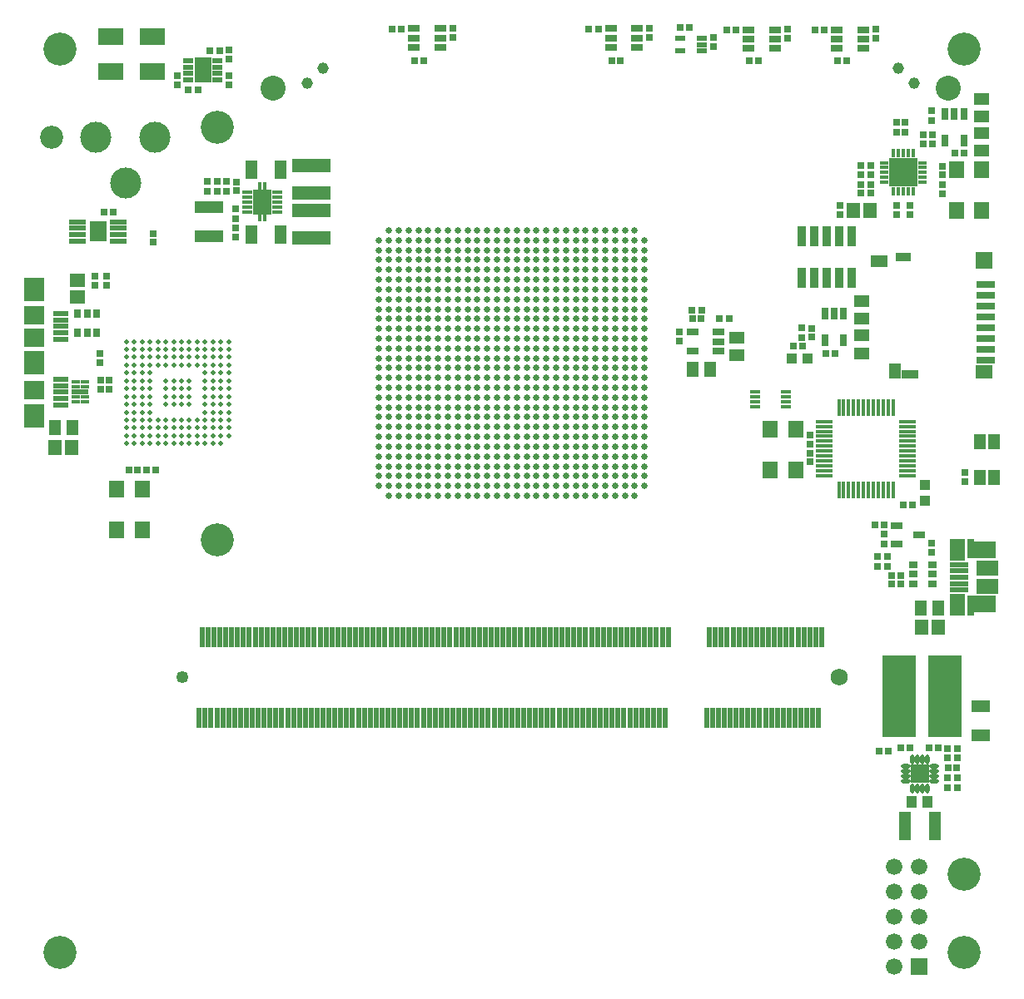
<source format=gts>
G04 (created by PCBNEW-RS274X (2012-apr-16-27)-stable) date Mon 13 Jan 2014 12:08:28 PM PST*
G01*
G70*
G90*
%MOIN*%
G04 Gerber Fmt 3.4, Leading zero omitted, Abs format*
%FSLAX34Y34*%
G04 APERTURE LIST*
%ADD10C,0.006500*%
%ADD11C,0.132000*%
%ADD12O,0.017000X0.039500*%
%ADD13O,0.039500X0.017000*%
%ADD14R,0.072900X0.072900*%
%ADD15C,0.023700*%
%ADD16R,0.049300X0.029600*%
%ADD17R,0.035500X0.017800*%
%ADD18R,0.017800X0.035500*%
%ADD19R,0.114300X0.114300*%
%ADD20C,0.029600*%
%ADD21R,0.041400X0.017800*%
%ADD22R,0.059100X0.071000*%
%ADD23R,0.029600X0.049300*%
%ADD24R,0.030400X0.028400*%
%ADD25R,0.047300X0.061100*%
%ADD26R,0.043400X0.041400*%
%ADD27R,0.041400X0.043400*%
%ADD28R,0.028400X0.030400*%
%ADD29R,0.043400X0.021700*%
%ADD30R,0.100500X0.067000*%
%ADD31R,0.051300X0.063100*%
%ADD32R,0.043400X0.045400*%
%ADD33R,0.037500X0.027700*%
%ADD34R,0.053200X0.063100*%
%ADD35R,0.030400X0.030400*%
%ADD36R,0.063100X0.053200*%
%ADD37R,0.151700X0.053200*%
%ADD38R,0.051300X0.076900*%
%ADD39R,0.112300X0.051300*%
%ADD40R,0.076900X0.051300*%
%ADD41R,0.051300X0.112300*%
%ADD42R,0.135900X0.328800*%
%ADD43R,0.063100X0.051300*%
%ADD44R,0.027700X0.037500*%
%ADD45R,0.074900X0.029600*%
%ADD46R,0.065100X0.057200*%
%ADD47R,0.065100X0.065100*%
%ADD48R,0.061100X0.037500*%
%ADD49R,0.065100X0.037500*%
%ADD50R,0.045400X0.063100*%
%ADD51R,0.067000X0.045400*%
%ADD52R,0.069000X0.021700*%
%ADD53R,0.067800X0.080400*%
%ADD54R,0.039500X0.019800*%
%ADD55R,0.071000X0.100500*%
%ADD56R,0.039500X0.017000*%
%ADD57R,0.038400X0.053200*%
%ADD58R,0.017000X0.033600*%
%ADD59C,0.029000*%
%ADD60R,0.032600X0.013900*%
%ADD61R,0.067000X0.021700*%
%ADD62R,0.059100X0.021700*%
%ADD63R,0.080800X0.076900*%
%ADD64R,0.080800X0.096600*%
%ADD65C,0.080800*%
%ADD66R,0.065100X0.017800*%
%ADD67R,0.017800X0.065100*%
%ADD68C,0.046200*%
%ADD69C,0.045400*%
%ADD70C,0.100000*%
%ADD71R,0.076900X0.023700*%
%ADD72R,0.087400X0.062100*%
%ADD73R,0.063100X0.090300*%
%ADD74R,0.031000X0.077900*%
%ADD75R,0.117600X0.069000*%
%ADD76C,0.069000*%
%ADD77C,0.063100*%
%ADD78C,0.025700*%
%ADD79C,0.019800*%
%ADD80R,0.045400X0.029600*%
%ADD81R,0.035100X0.078800*%
%ADD82R,0.019800X0.084700*%
%ADD83C,0.049300*%
%ADD84R,0.066000X0.066000*%
%ADD85C,0.066000*%
%ADD86C,0.124100*%
%ADD87C,0.092600*%
G04 APERTURE END LIST*
G54D10*
G54D11*
X39370Y-22047D03*
X33071Y-18898D03*
X69291Y-18898D03*
X39370Y-38583D03*
X33071Y-55118D03*
X69291Y-51968D03*
X69291Y-55118D03*
G54D12*
X67223Y-48534D03*
X67420Y-48534D03*
X67616Y-48534D03*
X67813Y-48534D03*
G54D13*
X68099Y-48248D03*
X68099Y-48051D03*
X68099Y-47855D03*
X68099Y-47658D03*
G54D12*
X67813Y-47372D03*
X67616Y-47372D03*
X67420Y-47372D03*
X67223Y-47372D03*
G54D13*
X66937Y-47658D03*
X66937Y-47855D03*
X66937Y-48051D03*
X66937Y-48248D03*
G54D14*
X67518Y-47953D03*
G54D15*
X67321Y-48150D03*
X67321Y-47756D03*
X67518Y-47953D03*
X67715Y-48150D03*
X67715Y-47756D03*
G54D16*
X60650Y-18130D03*
X60650Y-18504D03*
X60650Y-18878D03*
X61712Y-18878D03*
X61712Y-18504D03*
X61712Y-18130D03*
X47264Y-18091D03*
X47264Y-18465D03*
X47264Y-18839D03*
X48326Y-18839D03*
X48326Y-18465D03*
X48326Y-18091D03*
X55138Y-18091D03*
X55138Y-18465D03*
X55138Y-18839D03*
X56200Y-18839D03*
X56200Y-18465D03*
X56200Y-18091D03*
X64193Y-18130D03*
X64193Y-18504D03*
X64193Y-18878D03*
X65255Y-18878D03*
X65255Y-18504D03*
X65255Y-18130D03*
G54D17*
X67619Y-24252D03*
G54D18*
X67245Y-23090D03*
G54D17*
X66083Y-23464D03*
G54D18*
X66457Y-24626D03*
G54D17*
X67619Y-24055D03*
G54D18*
X67048Y-23090D03*
G54D17*
X66083Y-23661D03*
G54D18*
X66654Y-24626D03*
G54D17*
X67619Y-23858D03*
G54D18*
X66851Y-23090D03*
G54D17*
X66083Y-23858D03*
G54D18*
X66851Y-24626D03*
G54D17*
X67619Y-23661D03*
G54D18*
X66654Y-23090D03*
G54D17*
X66083Y-24055D03*
G54D18*
X67048Y-24626D03*
G54D17*
X67619Y-23464D03*
G54D18*
X66457Y-23090D03*
G54D17*
X66083Y-24252D03*
G54D18*
X67245Y-24626D03*
G54D19*
X66851Y-23858D03*
G54D20*
X67245Y-24252D03*
X66851Y-24252D03*
X66457Y-24252D03*
X67245Y-23858D03*
X66851Y-23858D03*
X66457Y-23858D03*
X67245Y-23464D03*
X66851Y-23464D03*
X66457Y-23464D03*
G54D21*
X62165Y-33248D03*
X62165Y-33051D03*
X62165Y-32855D03*
X62165Y-32658D03*
X60905Y-32658D03*
X60905Y-32855D03*
X60905Y-33051D03*
X60905Y-33248D03*
G54D22*
X62559Y-35768D03*
X62559Y-34154D03*
X61535Y-34154D03*
X61535Y-35768D03*
X36378Y-38169D03*
X36378Y-36555D03*
X35354Y-36555D03*
X35354Y-38169D03*
X68976Y-23760D03*
X68976Y-25374D03*
X70000Y-25374D03*
X70000Y-23760D03*
G54D23*
X69272Y-21516D03*
X68898Y-21516D03*
X68524Y-21516D03*
X68524Y-22578D03*
X69272Y-22578D03*
G54D16*
X59468Y-31004D03*
X59468Y-30630D03*
X59468Y-30256D03*
X58406Y-30256D03*
X58406Y-31004D03*
G54D23*
X64468Y-29507D03*
X64094Y-29507D03*
X63720Y-29507D03*
X63720Y-30569D03*
X64468Y-30569D03*
G54D24*
X69331Y-36252D03*
X69331Y-35874D03*
G54D25*
X69912Y-36064D03*
X69912Y-34646D03*
X70482Y-36064D03*
X70482Y-34646D03*
G54D26*
X67716Y-37008D03*
X67716Y-36378D03*
G54D27*
X62401Y-31299D03*
X63031Y-31299D03*
G54D28*
X67236Y-37165D03*
X66858Y-37165D03*
X62449Y-30827D03*
X62827Y-30827D03*
G54D29*
X58779Y-18996D03*
X58779Y-18740D03*
X58779Y-18484D03*
X57913Y-18484D03*
X57913Y-18996D03*
G54D30*
X36772Y-18425D03*
X35118Y-18425D03*
X36772Y-19803D03*
X35118Y-19803D03*
G54D28*
X57921Y-18031D03*
X58299Y-18031D03*
G54D31*
X68267Y-41299D03*
X67559Y-41299D03*
G54D32*
X67203Y-49095D03*
X67833Y-49095D03*
G54D33*
X68021Y-40334D03*
X68021Y-39960D03*
X68021Y-39586D03*
X67253Y-39586D03*
X67253Y-39960D03*
X67253Y-40334D03*
G54D34*
X64862Y-25394D03*
X65532Y-25394D03*
X67578Y-42086D03*
X68248Y-42086D03*
G54D31*
X32874Y-34094D03*
X33582Y-34094D03*
G54D35*
X64331Y-25531D03*
X64331Y-25177D03*
G54D34*
X33563Y-34882D03*
X32893Y-34882D03*
G54D36*
X33779Y-28839D03*
X33779Y-28169D03*
G54D35*
X61043Y-19370D03*
X60689Y-19370D03*
X64586Y-19370D03*
X64232Y-19370D03*
X47657Y-19370D03*
X47303Y-19370D03*
X55531Y-19370D03*
X55177Y-19370D03*
G54D28*
X60150Y-18150D03*
X59772Y-18150D03*
X63693Y-18150D03*
X63315Y-18150D03*
X46764Y-18110D03*
X46386Y-18110D03*
X54638Y-18110D03*
X54260Y-18110D03*
G54D37*
X43150Y-23583D03*
X43150Y-24685D03*
X43150Y-25394D03*
X43150Y-26496D03*
G54D38*
X40747Y-26339D03*
X41929Y-26339D03*
X41929Y-23740D03*
X40747Y-23740D03*
G54D39*
X39055Y-25236D03*
X39055Y-26418D03*
G54D40*
X69961Y-45236D03*
X69961Y-46418D03*
G54D41*
X66927Y-50039D03*
X68109Y-50039D03*
G54D35*
X40157Y-24586D03*
X40157Y-24232D03*
G54D24*
X62795Y-30465D03*
X62795Y-30087D03*
X67638Y-22709D03*
X67638Y-22331D03*
G54D28*
X64126Y-31101D03*
X63748Y-31101D03*
X69283Y-23071D03*
X68905Y-23071D03*
G54D42*
X66673Y-44842D03*
X68523Y-44842D03*
G54D43*
X70000Y-21614D03*
X70000Y-20906D03*
X65197Y-30394D03*
X65197Y-31102D03*
X70000Y-22992D03*
X70000Y-22284D03*
X65197Y-29724D03*
X65197Y-29016D03*
X60196Y-31181D03*
X60196Y-30473D03*
G54D31*
X58426Y-31732D03*
X59134Y-31732D03*
G54D44*
X33799Y-30286D03*
X34173Y-30286D03*
X34547Y-30286D03*
X34547Y-29518D03*
X34173Y-29518D03*
X33799Y-29518D03*
G54D35*
X63189Y-30453D03*
X63189Y-30099D03*
X68031Y-22697D03*
X68031Y-22343D03*
G54D24*
X56693Y-18079D03*
X56693Y-18457D03*
X59252Y-18811D03*
X59252Y-18433D03*
X48819Y-18079D03*
X48819Y-18457D03*
G54D28*
X65874Y-47047D03*
X66252Y-47047D03*
G54D24*
X62205Y-18118D03*
X62205Y-18496D03*
X67992Y-21764D03*
X67992Y-21386D03*
X65748Y-18118D03*
X65748Y-18496D03*
G54D45*
X70147Y-31378D03*
X70147Y-30945D03*
X70147Y-30512D03*
X70147Y-30079D03*
X70147Y-29646D03*
X70147Y-29213D03*
X70147Y-28780D03*
X70147Y-28347D03*
G54D46*
X70098Y-31850D03*
G54D47*
X70098Y-27382D03*
G54D48*
X66850Y-27244D03*
G54D49*
X67106Y-31949D03*
G54D50*
X66516Y-31821D03*
G54D51*
X65896Y-27402D03*
G54D35*
X36811Y-26299D03*
X36811Y-26653D03*
X39840Y-19979D03*
X39840Y-20333D03*
X39840Y-19310D03*
X39840Y-18956D03*
X58406Y-29724D03*
X58760Y-29724D03*
X66752Y-46929D03*
X67106Y-46929D03*
X67892Y-46929D03*
X68246Y-46929D03*
X68642Y-47716D03*
X68996Y-47716D03*
G54D28*
X59874Y-29724D03*
X59496Y-29724D03*
X58394Y-29370D03*
X58772Y-29370D03*
G54D24*
X39370Y-24598D03*
X39370Y-24220D03*
X39764Y-24220D03*
X39764Y-24598D03*
X38976Y-24220D03*
X38976Y-24598D03*
X68622Y-47315D03*
X68622Y-46937D03*
X40118Y-25323D03*
X40118Y-25701D03*
X40118Y-26071D03*
X40118Y-26449D03*
G54D28*
X39100Y-18975D03*
X39478Y-18975D03*
G54D24*
X37795Y-19968D03*
X37795Y-20346D03*
G54D28*
X38233Y-20550D03*
X38611Y-20550D03*
X34850Y-25433D03*
X35228Y-25433D03*
G54D24*
X57874Y-30622D03*
X57874Y-30244D03*
G54D28*
X68630Y-48504D03*
X69008Y-48504D03*
X68630Y-48110D03*
X69008Y-48110D03*
G54D24*
X69016Y-47315D03*
X69016Y-46937D03*
G54D52*
X35433Y-26604D03*
X35433Y-26348D03*
X35433Y-26092D03*
X35433Y-25836D03*
X33779Y-25836D03*
X33779Y-26092D03*
X33779Y-26348D03*
X33779Y-26604D03*
G54D53*
X34606Y-26220D03*
G54D15*
X34783Y-26456D03*
X34429Y-26456D03*
X34606Y-26220D03*
X34783Y-25984D03*
X34429Y-25984D03*
G54D54*
X38235Y-19379D03*
X38235Y-19635D03*
X38235Y-19891D03*
X38235Y-20147D03*
X39397Y-20147D03*
X39397Y-19891D03*
X39397Y-19635D03*
X39397Y-19379D03*
G54D55*
X38816Y-19763D03*
G54D15*
X38619Y-19468D03*
X39013Y-19468D03*
X38816Y-19763D03*
X38619Y-20058D03*
X39013Y-20058D03*
G54D56*
X40590Y-24645D03*
X40590Y-24842D03*
X40590Y-25039D03*
X40590Y-25236D03*
X40590Y-25433D03*
X41772Y-25433D03*
X41772Y-25236D03*
X41772Y-25039D03*
X41772Y-24842D03*
X41772Y-24645D03*
G54D57*
X41343Y-25275D03*
X41343Y-24803D03*
X41019Y-24803D03*
X41019Y-25275D03*
G54D58*
X41279Y-24429D03*
X41083Y-24429D03*
X41083Y-25649D03*
X41279Y-25649D03*
G54D59*
X41181Y-25039D03*
X41378Y-24744D03*
X40984Y-24744D03*
X40984Y-25334D03*
X41378Y-25334D03*
G54D24*
X67126Y-25165D03*
X67126Y-25543D03*
X66575Y-25165D03*
X66575Y-25543D03*
G54D28*
X65543Y-24685D03*
X65165Y-24685D03*
X65543Y-24331D03*
X65165Y-24331D03*
X65543Y-23937D03*
X65165Y-23937D03*
X65543Y-23583D03*
X65165Y-23583D03*
G54D24*
X66575Y-22236D03*
X66575Y-21858D03*
X66929Y-22236D03*
X66929Y-21858D03*
X34685Y-31110D03*
X34685Y-31488D03*
G54D35*
X35059Y-32539D03*
X34705Y-32539D03*
X35059Y-32185D03*
X34705Y-32185D03*
G54D60*
X33726Y-32263D03*
X33726Y-32460D03*
G54D61*
X33898Y-32657D03*
G54D60*
X33726Y-32854D03*
X33726Y-33051D03*
X34070Y-33051D03*
X34070Y-32854D03*
X34070Y-32460D03*
X34070Y-32263D03*
G54D62*
X33120Y-29508D03*
X33120Y-29764D03*
X33120Y-30020D03*
X33120Y-30276D03*
X33120Y-30532D03*
X33120Y-32146D03*
X33120Y-32402D03*
X33120Y-32658D03*
X33120Y-32914D03*
X33120Y-33170D03*
G54D63*
X32067Y-29567D03*
X32067Y-30473D03*
G54D64*
X32067Y-31496D03*
G54D63*
X32067Y-32579D03*
G54D64*
X32067Y-33603D03*
X32067Y-28544D03*
G54D65*
X32067Y-33544D03*
X32067Y-28603D03*
G54D35*
X68425Y-24350D03*
X68425Y-24704D03*
X68425Y-23602D03*
X68425Y-23956D03*
G54D66*
X63700Y-33838D03*
G54D67*
X64271Y-36575D03*
G54D66*
X67008Y-36004D03*
G54D67*
X66437Y-33267D03*
G54D66*
X63700Y-34035D03*
G54D67*
X64468Y-36575D03*
G54D66*
X67008Y-35807D03*
G54D67*
X66240Y-33267D03*
G54D66*
X63700Y-34232D03*
G54D67*
X64665Y-36575D03*
G54D66*
X67008Y-35610D03*
G54D67*
X66043Y-33267D03*
G54D66*
X63700Y-34429D03*
G54D67*
X64862Y-36575D03*
G54D66*
X67008Y-35413D03*
G54D67*
X65846Y-33267D03*
G54D66*
X63700Y-34626D03*
G54D67*
X65059Y-36575D03*
G54D66*
X67008Y-35216D03*
G54D67*
X65649Y-33267D03*
G54D66*
X63700Y-34823D03*
G54D67*
X65256Y-36575D03*
G54D66*
X67008Y-35019D03*
G54D67*
X65452Y-33267D03*
G54D66*
X63700Y-35019D03*
G54D67*
X65452Y-36575D03*
G54D66*
X67008Y-34823D03*
G54D67*
X65256Y-33267D03*
G54D66*
X63700Y-35216D03*
G54D67*
X65649Y-36575D03*
G54D66*
X67008Y-34626D03*
G54D67*
X65059Y-33267D03*
G54D66*
X63700Y-35413D03*
G54D67*
X65846Y-36575D03*
G54D66*
X67008Y-34429D03*
G54D67*
X64862Y-33267D03*
G54D66*
X63700Y-35610D03*
G54D67*
X66043Y-36575D03*
G54D66*
X67008Y-34232D03*
G54D67*
X64665Y-33267D03*
G54D66*
X63700Y-35807D03*
G54D67*
X66240Y-36575D03*
G54D66*
X67008Y-34035D03*
G54D67*
X64468Y-33267D03*
G54D66*
X63700Y-36004D03*
G54D67*
X66437Y-36575D03*
G54D66*
X67008Y-33838D03*
G54D67*
X64271Y-33267D03*
G54D68*
X66650Y-19673D03*
X43626Y-19673D03*
G54D69*
X67282Y-20271D03*
X42994Y-20271D03*
G54D70*
X68654Y-20472D03*
X41622Y-20472D03*
G54D24*
X34961Y-28000D03*
X34961Y-28378D03*
X34488Y-28378D03*
X34488Y-28000D03*
G54D35*
X35847Y-35787D03*
X36201Y-35787D03*
X36909Y-35787D03*
X36555Y-35787D03*
G54D24*
X67992Y-38708D03*
X67992Y-39086D03*
G54D28*
X66385Y-39999D03*
X66763Y-39999D03*
X65834Y-39645D03*
X66212Y-39645D03*
X65834Y-39251D03*
X66212Y-39251D03*
G54D35*
X63110Y-34744D03*
X63110Y-34390D03*
X63110Y-35453D03*
X63110Y-35099D03*
G54D71*
X69085Y-40590D03*
X69085Y-40334D03*
X69085Y-40078D03*
X69085Y-39822D03*
X69085Y-39566D03*
G54D72*
X70210Y-40457D03*
X70210Y-39699D03*
G54D73*
X69026Y-41192D03*
X69026Y-38964D03*
G54D74*
X69539Y-41254D03*
X69539Y-38902D03*
G54D75*
X69972Y-41161D03*
X69972Y-38995D03*
G54D76*
X70197Y-41161D03*
X70197Y-38995D03*
G54D77*
X69027Y-41057D03*
X69027Y-39099D03*
G54D28*
X65716Y-37992D03*
X66094Y-37992D03*
G54D24*
X66102Y-38732D03*
X66102Y-38354D03*
G54D35*
X66751Y-40354D03*
X66397Y-40354D03*
G54D78*
X46260Y-26181D03*
X46653Y-26181D03*
X47047Y-26181D03*
X47441Y-26181D03*
X47835Y-26181D03*
X48228Y-26181D03*
X48622Y-26181D03*
X49016Y-26181D03*
X49409Y-26181D03*
X49803Y-26181D03*
X50197Y-26181D03*
X50590Y-26181D03*
X50984Y-26181D03*
X51378Y-26181D03*
X51772Y-26181D03*
X52165Y-26181D03*
X52559Y-26181D03*
X52953Y-26181D03*
X53346Y-26181D03*
X53740Y-26181D03*
X54134Y-26181D03*
X54527Y-26181D03*
X54921Y-26181D03*
X55315Y-26181D03*
X55709Y-26181D03*
X56102Y-26181D03*
X45866Y-26575D03*
X46260Y-26575D03*
X46653Y-26575D03*
X47047Y-26575D03*
X47441Y-26575D03*
X47835Y-26575D03*
X48228Y-26575D03*
X48622Y-26575D03*
X49016Y-26575D03*
X49409Y-26575D03*
X49803Y-26575D03*
X50197Y-26575D03*
X50590Y-26575D03*
X50984Y-26575D03*
X51378Y-26575D03*
X51772Y-26575D03*
X52165Y-26575D03*
X52559Y-26575D03*
X52953Y-26575D03*
X53346Y-26575D03*
X53740Y-26575D03*
X54134Y-26575D03*
X54527Y-26575D03*
X54921Y-26575D03*
X55315Y-26575D03*
X55709Y-26575D03*
X56102Y-26575D03*
X56496Y-26575D03*
X45866Y-26968D03*
X46260Y-26968D03*
X46653Y-26968D03*
X47047Y-26968D03*
X47441Y-26968D03*
X47835Y-26968D03*
X48228Y-26968D03*
X48622Y-26968D03*
X49016Y-26968D03*
X49409Y-26968D03*
X49803Y-26968D03*
X50197Y-26968D03*
X50590Y-26968D03*
X50984Y-26968D03*
X51378Y-26968D03*
X51772Y-26968D03*
X52165Y-26968D03*
X52559Y-26968D03*
X52953Y-26968D03*
X53346Y-26968D03*
X53740Y-26968D03*
X54134Y-26968D03*
X54527Y-26968D03*
X54921Y-26968D03*
X55315Y-26968D03*
X55709Y-26968D03*
X56102Y-26968D03*
X56496Y-26968D03*
X45866Y-27362D03*
X46260Y-27362D03*
X46653Y-27362D03*
X47047Y-27362D03*
X47441Y-27362D03*
X47835Y-27362D03*
X48228Y-27362D03*
X48622Y-27362D03*
X49016Y-27362D03*
X49409Y-27362D03*
X49803Y-27362D03*
X50197Y-27362D03*
X50590Y-27362D03*
X50984Y-27362D03*
X51378Y-27362D03*
X51772Y-27362D03*
X52165Y-27362D03*
X52559Y-27362D03*
X52953Y-27362D03*
X53346Y-27362D03*
X53740Y-27362D03*
X54134Y-27362D03*
X54527Y-27362D03*
X54921Y-27362D03*
X55315Y-27362D03*
X55709Y-27362D03*
X56102Y-27362D03*
X56496Y-27362D03*
X45866Y-27756D03*
X46260Y-27756D03*
X46653Y-27756D03*
X47047Y-27756D03*
X47441Y-27756D03*
X47835Y-27756D03*
X48228Y-27756D03*
X48622Y-27756D03*
X49016Y-27756D03*
X49409Y-27756D03*
X49803Y-27756D03*
X50197Y-27756D03*
X50590Y-27756D03*
X50984Y-27756D03*
X51378Y-27756D03*
X51772Y-27756D03*
X52165Y-27756D03*
X52559Y-27756D03*
X52953Y-27756D03*
X53346Y-27756D03*
X53740Y-27756D03*
X54134Y-27756D03*
X54527Y-27756D03*
X54921Y-27756D03*
X55315Y-27756D03*
X55709Y-27756D03*
X56102Y-27756D03*
X56496Y-27756D03*
X45866Y-28150D03*
X46260Y-28150D03*
X46653Y-28150D03*
X47047Y-28150D03*
X47441Y-28150D03*
X47835Y-28150D03*
X48228Y-28150D03*
X48622Y-28150D03*
X49016Y-28150D03*
X49409Y-28150D03*
X49803Y-28150D03*
X50197Y-28150D03*
X50590Y-28150D03*
X50984Y-28150D03*
X51378Y-28150D03*
X51772Y-28150D03*
X52165Y-28150D03*
X52559Y-28150D03*
X52953Y-28150D03*
X53346Y-28150D03*
X53740Y-28150D03*
X54134Y-28150D03*
X54527Y-28150D03*
X54921Y-28150D03*
X55315Y-28150D03*
X55709Y-28150D03*
X56102Y-28150D03*
X56496Y-28150D03*
X45866Y-28543D03*
X46260Y-28543D03*
X46653Y-28543D03*
X47047Y-28543D03*
X47441Y-28543D03*
X47835Y-28543D03*
X48228Y-28543D03*
X48622Y-28543D03*
X49016Y-28543D03*
X49409Y-28543D03*
X49803Y-28543D03*
X50197Y-28543D03*
X50590Y-28543D03*
X50984Y-28543D03*
X51378Y-28543D03*
X51772Y-28543D03*
X52165Y-28543D03*
X52559Y-28543D03*
X52953Y-28543D03*
X53346Y-28543D03*
X53740Y-28543D03*
X54134Y-28543D03*
X54527Y-28543D03*
X54921Y-28543D03*
X55315Y-28543D03*
X55709Y-28543D03*
X56102Y-28543D03*
X56496Y-28543D03*
X45866Y-28937D03*
X46260Y-28937D03*
X46653Y-28937D03*
X47047Y-28937D03*
X47441Y-28937D03*
X47835Y-28937D03*
X48228Y-28937D03*
X48622Y-28937D03*
X49016Y-28937D03*
X49409Y-28937D03*
X49803Y-28937D03*
X50197Y-28937D03*
X50590Y-28937D03*
X50984Y-28937D03*
X51378Y-28937D03*
X51772Y-28937D03*
X52165Y-28937D03*
X52559Y-28937D03*
X52953Y-28937D03*
X53346Y-28937D03*
X53740Y-28937D03*
X54134Y-28937D03*
X54527Y-28937D03*
X54921Y-28937D03*
X55315Y-28937D03*
X55709Y-28937D03*
X56102Y-28937D03*
X56496Y-28937D03*
X45866Y-29331D03*
X46260Y-29331D03*
X46653Y-29331D03*
X47047Y-29331D03*
X47441Y-29331D03*
X47835Y-29331D03*
X48228Y-29331D03*
X48622Y-29331D03*
X49016Y-29331D03*
X49409Y-29331D03*
X49803Y-29331D03*
X50197Y-29331D03*
X50590Y-29331D03*
X50984Y-29331D03*
X51378Y-29331D03*
X51772Y-29331D03*
X52165Y-29331D03*
X52559Y-29331D03*
X52953Y-29331D03*
X53346Y-29331D03*
X53740Y-29331D03*
X54134Y-29331D03*
X54527Y-29331D03*
X54921Y-29331D03*
X55315Y-29331D03*
X55709Y-29331D03*
X56102Y-29331D03*
X56496Y-29331D03*
X45866Y-29724D03*
X46260Y-29724D03*
X46653Y-29724D03*
X47047Y-29724D03*
X47441Y-29724D03*
X47835Y-29724D03*
X48228Y-29724D03*
X48622Y-29724D03*
X49016Y-29724D03*
X49409Y-29724D03*
X49803Y-29724D03*
X50197Y-29724D03*
X50590Y-29724D03*
X50984Y-29724D03*
X51378Y-29724D03*
X51772Y-29724D03*
X52165Y-29724D03*
X52559Y-29724D03*
X52953Y-29724D03*
X53346Y-29724D03*
X53740Y-29724D03*
X54134Y-29724D03*
X54527Y-29724D03*
X54921Y-29724D03*
X55315Y-29724D03*
X55709Y-29724D03*
X56102Y-29724D03*
X56496Y-29724D03*
X45866Y-30118D03*
X46260Y-30118D03*
X46653Y-30118D03*
X47047Y-30118D03*
X47441Y-30118D03*
X47835Y-30118D03*
X48228Y-30118D03*
X48622Y-30118D03*
X49016Y-30118D03*
X49409Y-30118D03*
X49803Y-30118D03*
X50197Y-30118D03*
X50590Y-30118D03*
X50984Y-30118D03*
X51378Y-30118D03*
X51772Y-30118D03*
X52165Y-30118D03*
X52559Y-30118D03*
X52953Y-30118D03*
X53346Y-30118D03*
X53740Y-30118D03*
X54134Y-30118D03*
X54527Y-30118D03*
X54921Y-30118D03*
X55315Y-30118D03*
X55709Y-30118D03*
X56102Y-30118D03*
X56496Y-30118D03*
X45866Y-30512D03*
X46260Y-30512D03*
X46653Y-30512D03*
X47047Y-30512D03*
X47441Y-30512D03*
X47835Y-30512D03*
X48228Y-30512D03*
X48622Y-30512D03*
X49016Y-30512D03*
X49409Y-30512D03*
X49803Y-30512D03*
X50197Y-30512D03*
X50590Y-30512D03*
X50984Y-30512D03*
X51378Y-30512D03*
X51772Y-30512D03*
X52165Y-30512D03*
X52559Y-30512D03*
X52953Y-30512D03*
X53346Y-30512D03*
X53740Y-30512D03*
X54134Y-30512D03*
X54527Y-30512D03*
X54921Y-30512D03*
X55315Y-30512D03*
X55709Y-30512D03*
X56102Y-30512D03*
X56496Y-30512D03*
X45866Y-30905D03*
X46260Y-30905D03*
X46653Y-30905D03*
X47047Y-30905D03*
X47441Y-30905D03*
X47835Y-30905D03*
X48228Y-30905D03*
X48622Y-30905D03*
X49016Y-30905D03*
X49409Y-30905D03*
X49803Y-30905D03*
X50197Y-30905D03*
X50590Y-30905D03*
X50984Y-30905D03*
X51378Y-30905D03*
X51772Y-30905D03*
X52165Y-30905D03*
X52559Y-30905D03*
X52953Y-30905D03*
X53346Y-30905D03*
X53740Y-30905D03*
X54134Y-30905D03*
X54527Y-30905D03*
X54921Y-30905D03*
X55315Y-30905D03*
X55709Y-30905D03*
X56102Y-30905D03*
X56496Y-30905D03*
X45866Y-31299D03*
X46260Y-31299D03*
X46653Y-31299D03*
X47047Y-31299D03*
X47441Y-31299D03*
X47835Y-31299D03*
X48228Y-31299D03*
X48622Y-31299D03*
X49016Y-31299D03*
X49409Y-31299D03*
X49803Y-31299D03*
X50197Y-31299D03*
X50590Y-31299D03*
X50984Y-31299D03*
X51378Y-31299D03*
X51772Y-31299D03*
X52165Y-31299D03*
X52559Y-31299D03*
X52953Y-31299D03*
X53346Y-31299D03*
X53740Y-31299D03*
X54134Y-31299D03*
X54527Y-31299D03*
X54921Y-31299D03*
X55315Y-31299D03*
X55709Y-31299D03*
X56102Y-31299D03*
X56496Y-31299D03*
X45866Y-31693D03*
X46260Y-31693D03*
X46653Y-31693D03*
X47047Y-31693D03*
X47441Y-31693D03*
X47835Y-31693D03*
X48228Y-31693D03*
X48622Y-31693D03*
X49016Y-31693D03*
X49409Y-31693D03*
X49803Y-31693D03*
X50197Y-31693D03*
X50590Y-31693D03*
X50984Y-31693D03*
X51378Y-31693D03*
X51772Y-31693D03*
X52165Y-31693D03*
X52559Y-31693D03*
X52953Y-31693D03*
X53346Y-31693D03*
X53740Y-31693D03*
X54134Y-31693D03*
X54527Y-31693D03*
X54921Y-31693D03*
X55315Y-31693D03*
X55709Y-31693D03*
X56102Y-31693D03*
X56496Y-31693D03*
X45866Y-32087D03*
X46260Y-32087D03*
X46653Y-32087D03*
X47047Y-32087D03*
X47441Y-32087D03*
X47835Y-32087D03*
X48228Y-32087D03*
X48622Y-32087D03*
X49016Y-32087D03*
X49409Y-32087D03*
X49803Y-32087D03*
X50197Y-32087D03*
X50590Y-32087D03*
X50984Y-32087D03*
X51378Y-32087D03*
X51772Y-32087D03*
X52165Y-32087D03*
X52559Y-32087D03*
X52953Y-32087D03*
X53346Y-32087D03*
X53740Y-32087D03*
X54134Y-32087D03*
X54527Y-32087D03*
X54921Y-32087D03*
X55315Y-32087D03*
X55709Y-32087D03*
X56102Y-32087D03*
X56496Y-32087D03*
X45866Y-32480D03*
X46260Y-32480D03*
X46653Y-32480D03*
X47047Y-32480D03*
X47441Y-32480D03*
X47835Y-32480D03*
X48228Y-32480D03*
X48622Y-32480D03*
X49016Y-32480D03*
X49409Y-32480D03*
X49803Y-32480D03*
X50197Y-32480D03*
X50590Y-32480D03*
X50984Y-32480D03*
X51378Y-32480D03*
X51772Y-32480D03*
X52165Y-32480D03*
X52559Y-32480D03*
X52953Y-32480D03*
X53346Y-32480D03*
X53740Y-32480D03*
X54134Y-32480D03*
X54527Y-32480D03*
X54921Y-32480D03*
X55315Y-32480D03*
X55709Y-32480D03*
X56102Y-32480D03*
X56496Y-32480D03*
X45866Y-32874D03*
X46260Y-32874D03*
X46653Y-32874D03*
X47047Y-32874D03*
X47441Y-32874D03*
X47835Y-32874D03*
X48228Y-32874D03*
X48622Y-32874D03*
X49016Y-32874D03*
X49409Y-32874D03*
X49803Y-32874D03*
X50197Y-32874D03*
X50590Y-32874D03*
X50984Y-32874D03*
X51378Y-32874D03*
X51772Y-32874D03*
X52165Y-32874D03*
X52559Y-32874D03*
X52953Y-32874D03*
X53346Y-32874D03*
X53740Y-32874D03*
X54134Y-32874D03*
X54527Y-32874D03*
X54921Y-32874D03*
X55315Y-32874D03*
X55709Y-32874D03*
X56102Y-32874D03*
X56496Y-32874D03*
X45866Y-33268D03*
X46260Y-33268D03*
X46653Y-33268D03*
X47047Y-33268D03*
X47441Y-33268D03*
X47835Y-33268D03*
X48228Y-33268D03*
X48622Y-33268D03*
X49016Y-33268D03*
X49409Y-33268D03*
X49803Y-33268D03*
X50197Y-33268D03*
X50590Y-33268D03*
X50984Y-33268D03*
X51378Y-33268D03*
X51772Y-33268D03*
X52165Y-33268D03*
X52559Y-33268D03*
X52953Y-33268D03*
X53346Y-33268D03*
X53740Y-33268D03*
X54134Y-33268D03*
X54527Y-33268D03*
X54921Y-33268D03*
X55315Y-33268D03*
X55709Y-33268D03*
X56102Y-33268D03*
X56496Y-33268D03*
X45866Y-33661D03*
X46260Y-33661D03*
X46653Y-33661D03*
X47047Y-33661D03*
X47441Y-33661D03*
X47835Y-33661D03*
X48228Y-33661D03*
X48622Y-33661D03*
X49016Y-33661D03*
X49409Y-33661D03*
X49803Y-33661D03*
X50197Y-33661D03*
X50590Y-33661D03*
X50984Y-33661D03*
X51378Y-33661D03*
X51772Y-33661D03*
X52165Y-33661D03*
X52559Y-33661D03*
X52953Y-33661D03*
X53346Y-33661D03*
X53740Y-33661D03*
X54134Y-33661D03*
X54527Y-33661D03*
X54921Y-33661D03*
X55315Y-33661D03*
X55709Y-33661D03*
X56102Y-33661D03*
X56496Y-33661D03*
X45866Y-34055D03*
X46260Y-34055D03*
X46653Y-34055D03*
X47047Y-34055D03*
X47441Y-34055D03*
X47835Y-34055D03*
X48228Y-34055D03*
X48622Y-34055D03*
X49016Y-34055D03*
X49409Y-34055D03*
X49803Y-34055D03*
X50197Y-34055D03*
X50590Y-34055D03*
X50984Y-34055D03*
X51378Y-34055D03*
X51772Y-34055D03*
X52165Y-34055D03*
X52559Y-34055D03*
X52953Y-34055D03*
X53346Y-34055D03*
X53740Y-34055D03*
X54134Y-34055D03*
X54527Y-34055D03*
X54921Y-34055D03*
X55315Y-34055D03*
X55709Y-34055D03*
X56102Y-34055D03*
X56496Y-34055D03*
X45866Y-34449D03*
X46260Y-34449D03*
X46653Y-34449D03*
X47047Y-34449D03*
X47441Y-34449D03*
X47835Y-34449D03*
X48228Y-34449D03*
X48622Y-34449D03*
X49016Y-34449D03*
X49409Y-34449D03*
X49803Y-34449D03*
X50197Y-34449D03*
X50590Y-34449D03*
X50984Y-34449D03*
X51378Y-34449D03*
X51772Y-34449D03*
X52165Y-34449D03*
X52559Y-34449D03*
X52953Y-34449D03*
X53346Y-34449D03*
X53740Y-34449D03*
X54134Y-34449D03*
X54527Y-34449D03*
X54921Y-34449D03*
X55315Y-34449D03*
X55709Y-34449D03*
X56102Y-34449D03*
X56496Y-34449D03*
X45866Y-34842D03*
X46260Y-34842D03*
X46653Y-34842D03*
X47047Y-34842D03*
X47441Y-34842D03*
X47835Y-34842D03*
X48228Y-34842D03*
X48622Y-34842D03*
X49016Y-34842D03*
X49409Y-34842D03*
X49803Y-34842D03*
X50197Y-34842D03*
X50590Y-34842D03*
X50984Y-34842D03*
X51378Y-34842D03*
X51772Y-34842D03*
X52165Y-34842D03*
X52559Y-34842D03*
X52953Y-34842D03*
X53346Y-34842D03*
X53740Y-34842D03*
X54134Y-34842D03*
X54527Y-34842D03*
X54921Y-34842D03*
X55315Y-34842D03*
X55709Y-34842D03*
X56102Y-34842D03*
X56496Y-34842D03*
X45866Y-35236D03*
X46260Y-35236D03*
X46653Y-35236D03*
X47047Y-35236D03*
X47441Y-35236D03*
X47835Y-35236D03*
X48228Y-35236D03*
X48622Y-35236D03*
X49016Y-35236D03*
X49409Y-35236D03*
X49803Y-35236D03*
X50197Y-35236D03*
X50590Y-35236D03*
X50984Y-35236D03*
X51378Y-35236D03*
X51772Y-35236D03*
X52165Y-35236D03*
X52559Y-35236D03*
X52953Y-35236D03*
X53346Y-35236D03*
X53740Y-35236D03*
X54134Y-35236D03*
X54527Y-35236D03*
X54921Y-35236D03*
X55315Y-35236D03*
X55709Y-35236D03*
X56102Y-35236D03*
X56496Y-35236D03*
X45866Y-35630D03*
X46260Y-35630D03*
X46653Y-35630D03*
X47047Y-35630D03*
X47441Y-35630D03*
X47835Y-35630D03*
X48228Y-35630D03*
X48622Y-35630D03*
X49016Y-35630D03*
X49409Y-35630D03*
X49803Y-35630D03*
X50197Y-35630D03*
X50590Y-35630D03*
X50984Y-35630D03*
X51378Y-35630D03*
X51772Y-35630D03*
X52165Y-35630D03*
X52559Y-35630D03*
X52953Y-35630D03*
X53346Y-35630D03*
X53740Y-35630D03*
X54134Y-35630D03*
X54527Y-35630D03*
X54921Y-35630D03*
X55315Y-35630D03*
X55709Y-35630D03*
X56102Y-35630D03*
X56496Y-35630D03*
X45866Y-36024D03*
X46260Y-36024D03*
X46653Y-36024D03*
X47047Y-36024D03*
X47441Y-36024D03*
X47835Y-36024D03*
X48228Y-36024D03*
X48622Y-36024D03*
X49016Y-36024D03*
X49409Y-36024D03*
X49803Y-36024D03*
X50197Y-36024D03*
X50590Y-36024D03*
X50984Y-36024D03*
X51378Y-36024D03*
X51772Y-36024D03*
X52165Y-36024D03*
X52559Y-36024D03*
X52953Y-36024D03*
X53346Y-36024D03*
X53740Y-36024D03*
X54134Y-36024D03*
X54527Y-36024D03*
X54921Y-36024D03*
X55315Y-36024D03*
X55709Y-36024D03*
X56102Y-36024D03*
X56496Y-36024D03*
X45866Y-36417D03*
X46260Y-36417D03*
X46653Y-36417D03*
X47047Y-36417D03*
X47441Y-36417D03*
X47835Y-36417D03*
X48228Y-36417D03*
X48622Y-36417D03*
X49016Y-36417D03*
X49409Y-36417D03*
X49803Y-36417D03*
X50197Y-36417D03*
X50590Y-36417D03*
X50984Y-36417D03*
X51378Y-36417D03*
X51772Y-36417D03*
X52165Y-36417D03*
X52559Y-36417D03*
X52953Y-36417D03*
X53346Y-36417D03*
X53740Y-36417D03*
X54134Y-36417D03*
X54527Y-36417D03*
X54921Y-36417D03*
X55315Y-36417D03*
X55709Y-36417D03*
X56102Y-36417D03*
X56496Y-36417D03*
X46260Y-36811D03*
X46653Y-36811D03*
X47047Y-36811D03*
X47441Y-36811D03*
X47835Y-36811D03*
X48228Y-36811D03*
X48622Y-36811D03*
X49016Y-36811D03*
X49409Y-36811D03*
X49803Y-36811D03*
X50197Y-36811D03*
X50590Y-36811D03*
X50984Y-36811D03*
X51378Y-36811D03*
X51772Y-36811D03*
X52165Y-36811D03*
X52559Y-36811D03*
X52953Y-36811D03*
X53346Y-36811D03*
X53740Y-36811D03*
X54134Y-36811D03*
X54527Y-36811D03*
X54921Y-36811D03*
X55315Y-36811D03*
X55709Y-36811D03*
X56102Y-36811D03*
G54D79*
X39527Y-34724D03*
X39212Y-34724D03*
X38897Y-34724D03*
X38582Y-34724D03*
X38267Y-34724D03*
X37952Y-34724D03*
X37638Y-34724D03*
X37323Y-34724D03*
X37008Y-34724D03*
X36693Y-34724D03*
X36378Y-34724D03*
X36063Y-34724D03*
X35748Y-34724D03*
X39842Y-34409D03*
X39527Y-34409D03*
X39212Y-34409D03*
X38897Y-34409D03*
X38582Y-34409D03*
X38267Y-34409D03*
X37952Y-34409D03*
X37638Y-34409D03*
X37323Y-34409D03*
X37008Y-34409D03*
X36693Y-34409D03*
X36378Y-34409D03*
X36063Y-34409D03*
X35748Y-34409D03*
X39842Y-34094D03*
X39527Y-34094D03*
X39212Y-34094D03*
X38897Y-34094D03*
X38582Y-34094D03*
X38267Y-34094D03*
X37952Y-34094D03*
X37638Y-34094D03*
X37323Y-34094D03*
X37008Y-34094D03*
X36693Y-34094D03*
X36378Y-34094D03*
X36063Y-34094D03*
X35748Y-34094D03*
X39842Y-33779D03*
X39527Y-33779D03*
X39212Y-33779D03*
X38897Y-33779D03*
X38582Y-33779D03*
X38267Y-33779D03*
X37952Y-33779D03*
X37638Y-33779D03*
X37323Y-33779D03*
X37008Y-33779D03*
X36693Y-33779D03*
X36378Y-33779D03*
X36063Y-33779D03*
X35748Y-33779D03*
X39842Y-33464D03*
X39527Y-33464D03*
X39212Y-33464D03*
X38897Y-33464D03*
X36693Y-33464D03*
X36378Y-33464D03*
X36063Y-33464D03*
X35748Y-33464D03*
X39842Y-33149D03*
X39527Y-33149D03*
X39212Y-33149D03*
X38897Y-33149D03*
X38267Y-33149D03*
X37952Y-33149D03*
X37638Y-33149D03*
X37323Y-33149D03*
X36693Y-33149D03*
X36378Y-33149D03*
X36063Y-33149D03*
X35748Y-33149D03*
X39842Y-32834D03*
X39527Y-32834D03*
X39212Y-32834D03*
X38897Y-32834D03*
X38267Y-32834D03*
X37952Y-32834D03*
X37638Y-32834D03*
X37323Y-32834D03*
X36693Y-32834D03*
X36378Y-32834D03*
X36063Y-32834D03*
X35748Y-32834D03*
X39842Y-32520D03*
X39527Y-32520D03*
X39212Y-32520D03*
X38897Y-32520D03*
X38267Y-32520D03*
X37952Y-32520D03*
X37638Y-32520D03*
X37323Y-32520D03*
X36693Y-32520D03*
X36378Y-32520D03*
X36063Y-32520D03*
X35748Y-32520D03*
X39842Y-32205D03*
X39527Y-32205D03*
X39212Y-32205D03*
X38897Y-32205D03*
X38267Y-32205D03*
X37952Y-32205D03*
X37638Y-32205D03*
X37323Y-32205D03*
X36693Y-32205D03*
X36378Y-32205D03*
X36063Y-32205D03*
X35748Y-32205D03*
X39842Y-31890D03*
X39527Y-31890D03*
X39212Y-31890D03*
X38897Y-31890D03*
X36693Y-31890D03*
X36378Y-31890D03*
X36063Y-31890D03*
X35748Y-31890D03*
X39842Y-31575D03*
X39527Y-31575D03*
X39212Y-31575D03*
X38897Y-31575D03*
X38582Y-31575D03*
X38267Y-31575D03*
X37952Y-31575D03*
X37638Y-31575D03*
X37323Y-31575D03*
X37008Y-31575D03*
X36693Y-31575D03*
X36378Y-31575D03*
X36063Y-31575D03*
X35748Y-31575D03*
X39842Y-31260D03*
X39527Y-31260D03*
X39212Y-31260D03*
X38897Y-31260D03*
X38582Y-31260D03*
X38267Y-31260D03*
X37952Y-31260D03*
X37638Y-31260D03*
X37323Y-31260D03*
X37008Y-31260D03*
X36693Y-31260D03*
X36378Y-31260D03*
X36063Y-31260D03*
X35748Y-31260D03*
X39842Y-30945D03*
X39527Y-30945D03*
X39212Y-30945D03*
X38897Y-30945D03*
X38582Y-30945D03*
X38267Y-30945D03*
X37952Y-30945D03*
X37638Y-30945D03*
X37323Y-30945D03*
X37008Y-30945D03*
X36693Y-30945D03*
X36378Y-30945D03*
X36063Y-30945D03*
X35748Y-30945D03*
X39842Y-30630D03*
X39527Y-30630D03*
X39212Y-30630D03*
X38897Y-30630D03*
X38582Y-30630D03*
X38267Y-30630D03*
X37952Y-30630D03*
X37638Y-30630D03*
X37323Y-30630D03*
X37008Y-30630D03*
X36693Y-30630D03*
X36378Y-30630D03*
X36063Y-30630D03*
X35748Y-30630D03*
G54D80*
X66594Y-38011D03*
X66594Y-38759D03*
X67500Y-38385D03*
G54D81*
X62779Y-26407D03*
X62779Y-28081D03*
X63279Y-26407D03*
X63279Y-28081D03*
X63779Y-26407D03*
X63779Y-28081D03*
X64279Y-26407D03*
X64279Y-28081D03*
X64779Y-26407D03*
X64779Y-28081D03*
G54D82*
X63583Y-42480D03*
X63465Y-45708D03*
X63346Y-42480D03*
X63228Y-45708D03*
X63110Y-42480D03*
X62992Y-45708D03*
X62874Y-42480D03*
X62756Y-45708D03*
X62638Y-42480D03*
X62520Y-45708D03*
X62401Y-42480D03*
X62283Y-45708D03*
X62165Y-42480D03*
X62047Y-45708D03*
X61929Y-42480D03*
X61811Y-45708D03*
X61693Y-42480D03*
X61575Y-45708D03*
X61457Y-42480D03*
X61339Y-45708D03*
X61220Y-42480D03*
X61102Y-45708D03*
X60984Y-42480D03*
X60866Y-45708D03*
X60748Y-42480D03*
X60630Y-45708D03*
X60512Y-42480D03*
X60394Y-45708D03*
X60275Y-42480D03*
X60157Y-45708D03*
X60039Y-42480D03*
X59921Y-45708D03*
X59803Y-42480D03*
X59685Y-45708D03*
X59567Y-42480D03*
X59449Y-45708D03*
X59331Y-42480D03*
X59213Y-45708D03*
X59094Y-42480D03*
X58976Y-45708D03*
X57441Y-42480D03*
X57323Y-45708D03*
X57205Y-42480D03*
X57087Y-45708D03*
X56968Y-42480D03*
X56850Y-45708D03*
X56732Y-42480D03*
X56614Y-45708D03*
X56496Y-42480D03*
X56378Y-45708D03*
X56260Y-42480D03*
X56142Y-45708D03*
X56024Y-42480D03*
X55906Y-45708D03*
X55787Y-42480D03*
X55669Y-45708D03*
X55551Y-42480D03*
X55433Y-45708D03*
X55315Y-42480D03*
X55197Y-45708D03*
X55079Y-42480D03*
X54961Y-45708D03*
X54842Y-42480D03*
X54724Y-45708D03*
X54606Y-42480D03*
X54488Y-45708D03*
X54370Y-42480D03*
X54252Y-45708D03*
X54134Y-42480D03*
X54016Y-45708D03*
X53898Y-42480D03*
X53780Y-45708D03*
X53661Y-42480D03*
X53543Y-45708D03*
X53425Y-42480D03*
X53307Y-45708D03*
X53189Y-42480D03*
X53071Y-45708D03*
X52953Y-42480D03*
X52835Y-45708D03*
X52716Y-42480D03*
X52598Y-45708D03*
X52480Y-42480D03*
X52362Y-45708D03*
X52244Y-42480D03*
X52126Y-45708D03*
X52008Y-42480D03*
X51890Y-45708D03*
X51772Y-42480D03*
X51654Y-45708D03*
X51535Y-42480D03*
X51417Y-45708D03*
X51299Y-42480D03*
X51181Y-45708D03*
X51063Y-42480D03*
X50945Y-45708D03*
X50827Y-42480D03*
X50709Y-45708D03*
X50590Y-42480D03*
X50472Y-45708D03*
X50354Y-42480D03*
X50236Y-45708D03*
X50118Y-42480D03*
X50000Y-45708D03*
X49882Y-42480D03*
X49764Y-45708D03*
X49646Y-42480D03*
X49528Y-45708D03*
X49409Y-42480D03*
X49291Y-45708D03*
X49173Y-42480D03*
X49055Y-45708D03*
X48937Y-42480D03*
X48819Y-45708D03*
X48701Y-42480D03*
X48583Y-45708D03*
X48464Y-42480D03*
X48346Y-45708D03*
X48228Y-42480D03*
X48110Y-45708D03*
X47992Y-42480D03*
X47874Y-45708D03*
X47756Y-42480D03*
X47638Y-45708D03*
X47520Y-42480D03*
X47402Y-45708D03*
X47283Y-42480D03*
X47165Y-45708D03*
X47047Y-42480D03*
X46929Y-45708D03*
X46811Y-42480D03*
X46693Y-45708D03*
X46575Y-42480D03*
X46457Y-45708D03*
X46338Y-42480D03*
X46220Y-45708D03*
X46102Y-42480D03*
X45984Y-45708D03*
X45866Y-42480D03*
X45748Y-45708D03*
X45630Y-42480D03*
X45512Y-45708D03*
X45394Y-42480D03*
X45276Y-45708D03*
X45157Y-42480D03*
X45039Y-45708D03*
X44921Y-42480D03*
X44803Y-45708D03*
X44685Y-42480D03*
X44567Y-45708D03*
X44449Y-42480D03*
X44331Y-45708D03*
X44212Y-42480D03*
X44094Y-45708D03*
X43976Y-42480D03*
X43858Y-45708D03*
X43740Y-42480D03*
X43622Y-45708D03*
X43504Y-42480D03*
X43386Y-45708D03*
X43268Y-42480D03*
X43150Y-45708D03*
X43031Y-42480D03*
X42913Y-45708D03*
X42795Y-42480D03*
X42677Y-45708D03*
X42559Y-42480D03*
X42441Y-45708D03*
X42323Y-42480D03*
X42205Y-45708D03*
X42087Y-42480D03*
X41969Y-45708D03*
X41850Y-42480D03*
X41732Y-45708D03*
X41614Y-42480D03*
X41496Y-45708D03*
X41378Y-42480D03*
X41260Y-45708D03*
X41142Y-42480D03*
X41024Y-45708D03*
X40905Y-42480D03*
X40787Y-45708D03*
X40669Y-42480D03*
X40551Y-45708D03*
X40433Y-42480D03*
X40315Y-45708D03*
X40197Y-42480D03*
X40079Y-45708D03*
X39961Y-42480D03*
X39843Y-45708D03*
X39724Y-42480D03*
X39606Y-45708D03*
X39488Y-42480D03*
X39370Y-45708D03*
X39252Y-42480D03*
X39134Y-45708D03*
X39016Y-42480D03*
X38898Y-45708D03*
X38779Y-42480D03*
X38661Y-45708D03*
G54D76*
X64272Y-44094D03*
G54D83*
X37972Y-44094D03*
G54D84*
X67481Y-55696D03*
G54D85*
X66481Y-55696D03*
X67481Y-54696D03*
X66481Y-54696D03*
X67481Y-53696D03*
X66481Y-53696D03*
X67481Y-52696D03*
X66481Y-52696D03*
X67481Y-51696D03*
X66481Y-51696D03*
G54D86*
X36890Y-22441D03*
X34528Y-22441D03*
X35709Y-24291D03*
G54D87*
X32756Y-22441D03*
M02*

</source>
